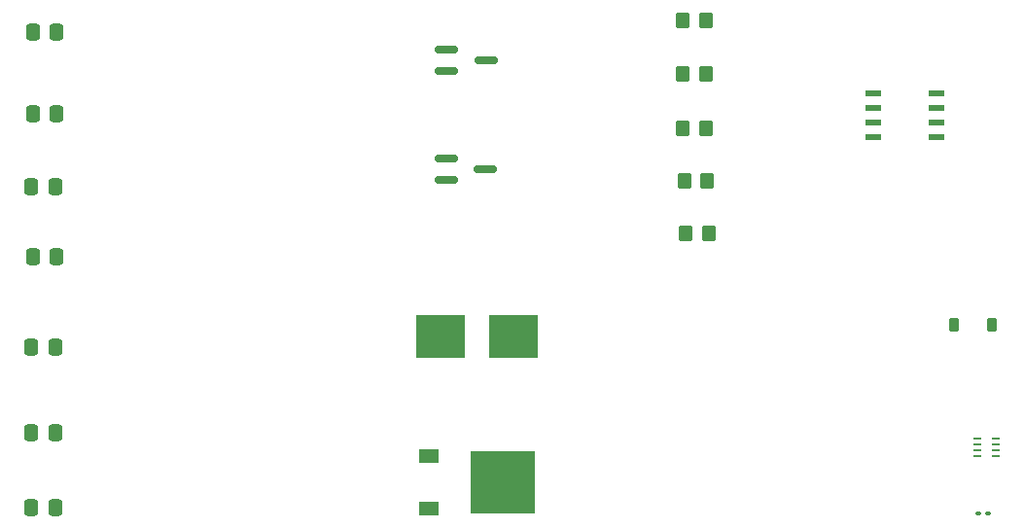
<source format=gbr>
G04 #@! TF.GenerationSoftware,KiCad,Pcbnew,8.0.4*
G04 #@! TF.CreationDate,2024-10-22T20:33:19-05:00*
G04 #@! TF.ProjectId,PCB_split,5043425f-7370-46c6-9974-2e6b69636164,rev?*
G04 #@! TF.SameCoordinates,Original*
G04 #@! TF.FileFunction,Paste,Top*
G04 #@! TF.FilePolarity,Positive*
%FSLAX46Y46*%
G04 Gerber Fmt 4.6, Leading zero omitted, Abs format (unit mm)*
G04 Created by KiCad (PCBNEW 8.0.4) date 2024-10-22 20:33:19*
%MOMM*%
%LPD*%
G01*
G04 APERTURE LIST*
G04 Aperture macros list*
%AMRoundRect*
0 Rectangle with rounded corners*
0 $1 Rounding radius*
0 $2 $3 $4 $5 $6 $7 $8 $9 X,Y pos of 4 corners*
0 Add a 4 corners polygon primitive as box body*
4,1,4,$2,$3,$4,$5,$6,$7,$8,$9,$2,$3,0*
0 Add four circle primitives for the rounded corners*
1,1,$1+$1,$2,$3*
1,1,$1+$1,$4,$5*
1,1,$1+$1,$6,$7*
1,1,$1+$1,$8,$9*
0 Add four rect primitives between the rounded corners*
20,1,$1+$1,$2,$3,$4,$5,0*
20,1,$1+$1,$4,$5,$6,$7,0*
20,1,$1+$1,$6,$7,$8,$9,0*
20,1,$1+$1,$8,$9,$2,$3,0*%
G04 Aperture macros list end*
%ADD10RoundRect,0.250000X-0.337500X-0.475000X0.337500X-0.475000X0.337500X0.475000X-0.337500X0.475000X0*%
%ADD11RoundRect,0.250000X-0.350000X-0.450000X0.350000X-0.450000X0.350000X0.450000X-0.350000X0.450000X0*%
%ADD12R,0.711200X0.228600*%
%ADD13R,1.699999X1.300000*%
%ADD14R,5.699998X5.499999*%
%ADD15R,4.240000X3.810000*%
%ADD16RoundRect,0.162500X-0.837500X-0.162500X0.837500X-0.162500X0.837500X0.162500X-0.837500X0.162500X0*%
%ADD17R,1.460500X0.558800*%
%ADD18RoundRect,0.225000X-0.225000X-0.375000X0.225000X-0.375000X0.225000X0.375000X-0.225000X0.375000X0*%
%ADD19RoundRect,0.090000X-0.139000X-0.090000X0.139000X-0.090000X0.139000X0.090000X-0.139000X0.090000X0*%
G04 APERTURE END LIST*
D10*
G04 #@! TO.C,C5*
X95439500Y-104267000D03*
X97514500Y-104267000D03*
G04 #@! TD*
G04 #@! TO.C,C6*
X95439500Y-111760000D03*
X97514500Y-111760000D03*
G04 #@! TD*
G04 #@! TO.C,C7*
X95461000Y-118237000D03*
X97536000Y-118237000D03*
G04 #@! TD*
G04 #@! TO.C,C4*
X95566500Y-96393000D03*
X97641500Y-96393000D03*
G04 #@! TD*
D11*
G04 #@! TO.C,R2*
X152178000Y-80518000D03*
X154178000Y-80518000D03*
G04 #@! TD*
D10*
G04 #@! TO.C,C1*
X95566500Y-76835000D03*
X97641500Y-76835000D03*
G04 #@! TD*
D12*
G04 #@! TO.C,U2*
X177804376Y-112256811D03*
X177804376Y-112756937D03*
X177804376Y-113257063D03*
X177804376Y-113757189D03*
X179404576Y-113757189D03*
X179404576Y-113257063D03*
X179404576Y-112756937D03*
X179404576Y-112256811D03*
G04 #@! TD*
D13*
G04 #@! TO.C,U1*
X130066001Y-113793001D03*
X130066001Y-118362999D03*
D14*
X136506001Y-116078000D03*
G04 #@! TD*
D15*
G04 #@! TO.C,F1*
X131044000Y-103378000D03*
X137414000Y-103378000D03*
G04 #@! TD*
D11*
G04 #@! TO.C,R5*
X152432000Y-94361000D03*
X154432000Y-94361000D03*
G04 #@! TD*
D16*
G04 #@! TO.C,D2*
X131629150Y-78359000D03*
X131629150Y-80259000D03*
X135049150Y-79309000D03*
G04 #@! TD*
D11*
G04 #@! TO.C,R1*
X152178000Y-75819000D03*
X154178000Y-75819000D03*
G04 #@! TD*
D17*
G04 #@! TO.C,Q1*
X168795700Y-82169000D03*
X168795700Y-83439000D03*
X168795700Y-84709000D03*
X168795700Y-85979000D03*
X174244000Y-85979000D03*
X174244000Y-84709000D03*
X174244000Y-83439000D03*
X174244000Y-82169000D03*
G04 #@! TD*
D18*
G04 #@! TO.C,D1*
X175770000Y-102362000D03*
X179070000Y-102362000D03*
G04 #@! TD*
D10*
G04 #@! TO.C,C3*
X95439500Y-90297000D03*
X97514500Y-90297000D03*
G04 #@! TD*
D16*
G04 #@! TO.C,D3*
X131581000Y-87823000D03*
X131581000Y-89723000D03*
X135001000Y-88773000D03*
G04 #@! TD*
D11*
G04 #@! TO.C,R4*
X152305000Y-89789000D03*
X154305000Y-89789000D03*
G04 #@! TD*
G04 #@! TO.C,R3*
X152178000Y-85217000D03*
X154178000Y-85217000D03*
G04 #@! TD*
D19*
G04 #@! TO.C,L1*
X177875500Y-118745000D03*
X178740500Y-118745000D03*
G04 #@! TD*
D10*
G04 #@! TO.C,C2*
X95566500Y-83947000D03*
X97641500Y-83947000D03*
G04 #@! TD*
M02*

</source>
